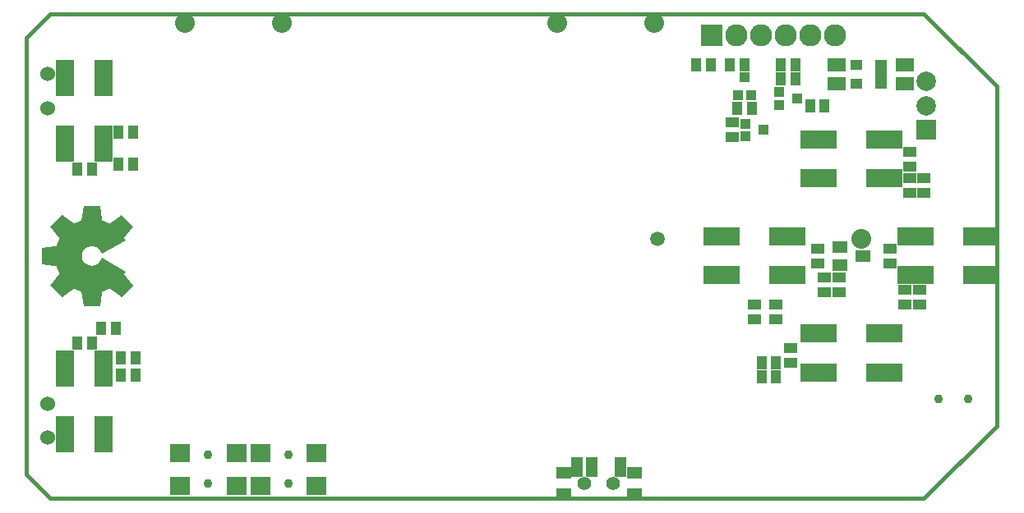
<source format=gbs>
G04 (created by PCBNEW (2013-07-05 BZR 4237)-testing) date Sat 03 Aug 2013 11:53:29 BST*
%MOIN*%
G04 Gerber Fmt 3.4, Leading zero omitted, Abs format*
%FSLAX34Y34*%
G01*
G70*
G90*
G04 APERTURE LIST*
%ADD10C,0.005906*%
%ADD11C,0.015000*%
%ADD12C,0.080000*%
%ADD13C,0.059400*%
%ADD14R,0.050000X0.040000*%
%ADD15R,0.059000X0.048000*%
%ADD16R,0.075000X0.055000*%
%ADD17R,0.090000X0.090000*%
%ADD18C,0.090000*%
%ADD19R,0.075000X0.146000*%
%ADD20R,0.146000X0.075000*%
%ADD21C,0.060000*%
%ADD22C,0.055400*%
%ADD23R,0.059400X0.051500*%
%ADD24R,0.047600X0.079100*%
%ADD25C,0.036200*%
%ADD26R,0.079100X0.075100*%
%ADD27R,0.043600X0.055400*%
%ADD28R,0.055400X0.043600*%
%ADD29R,0.079100X0.079100*%
%ADD30C,0.079100*%
%ADD31R,0.041654X0.043622*%
%ADD32R,0.043622X0.041654*%
G04 APERTURE END LIST*
G54D10*
G54D11*
X39369Y16733D02*
X39370Y16733D01*
X36417Y19685D02*
X39369Y16733D01*
X984Y19685D02*
X0Y18701D01*
X36417Y19685D02*
X984Y19685D01*
X36417Y0D02*
X39370Y2953D01*
X0Y984D02*
X0Y985D01*
X984Y0D02*
X0Y984D01*
X36417Y0D02*
X984Y0D01*
X0Y18701D02*
X0Y985D01*
X39370Y16733D02*
X39370Y2953D01*
G54D12*
X21524Y19292D03*
X25461Y19292D03*
X10366Y19292D03*
X6429Y19292D03*
G54D13*
X25589Y10532D03*
G54D12*
X33858Y10532D03*
G54D14*
X34653Y17599D03*
X34653Y16849D03*
X33653Y17599D03*
X34653Y17224D03*
X33653Y16849D03*
G54D15*
X33937Y9843D03*
X32993Y9469D03*
X32993Y10217D03*
G54D16*
X35630Y16849D03*
X35630Y17599D03*
X32874Y16849D03*
X32874Y17599D03*
G54D17*
X27815Y18800D03*
G54D18*
X28815Y18800D03*
X29815Y18800D03*
X30815Y18800D03*
X31815Y18800D03*
X32815Y18800D03*
G54D19*
X3149Y2598D03*
X3149Y5276D03*
X1575Y5276D03*
X1575Y2598D03*
G54D20*
X28189Y9056D03*
X30867Y9056D03*
X30867Y10630D03*
X28189Y10630D03*
X36063Y9056D03*
X38741Y9056D03*
X38741Y10630D03*
X36063Y10630D03*
X32126Y12993D03*
X34804Y12993D03*
X34804Y14567D03*
X32126Y14567D03*
X32126Y5119D03*
X34804Y5119D03*
X34804Y6693D03*
X32126Y6693D03*
G54D19*
X3149Y14409D03*
X3149Y17087D03*
X1575Y17087D03*
X1575Y14409D03*
G54D21*
X886Y3839D03*
X886Y2461D03*
X886Y17225D03*
X886Y15847D03*
G54D22*
X22637Y591D03*
X23819Y591D03*
G54D23*
X24665Y158D03*
X24665Y1024D03*
X21791Y1024D03*
X21791Y158D03*
G54D24*
X24114Y1280D03*
X22933Y1280D03*
X22342Y1280D03*
G54D25*
X37008Y4036D03*
X38190Y4036D03*
G54D26*
X9488Y1851D03*
X9488Y513D03*
X11772Y1851D03*
X11772Y513D03*
G54D25*
X10630Y1773D03*
X10630Y591D03*
G54D26*
X6240Y1851D03*
X6240Y513D03*
X8524Y1851D03*
X8524Y513D03*
G54D25*
X7382Y1773D03*
X7382Y591D03*
G54D27*
X2067Y6299D03*
X2657Y6299D03*
G54D28*
X32087Y10138D03*
X32087Y9548D03*
X35039Y10137D03*
X35039Y9547D03*
X35826Y14074D03*
X35826Y13484D03*
X31004Y6102D03*
X31004Y5512D03*
G54D27*
X2067Y13386D03*
X2657Y13386D03*
G54D29*
X36515Y14961D03*
G54D30*
X36515Y15945D03*
X36515Y16929D03*
G54D31*
X31269Y16240D03*
X30541Y16496D03*
X30541Y15984D03*
X29891Y14961D03*
X29163Y15216D03*
X29163Y14705D03*
G54D32*
X29133Y17096D03*
X28878Y16368D03*
X29389Y16368D03*
G54D28*
X32381Y8366D03*
X32381Y8956D03*
X32972Y8366D03*
X32972Y8956D03*
G54D27*
X29133Y17618D03*
X28543Y17618D03*
X27755Y17618D03*
X27165Y17618D03*
X4428Y5020D03*
X3838Y5020D03*
G54D28*
X28641Y14666D03*
X28641Y15256D03*
X35630Y7874D03*
X35630Y8464D03*
G54D27*
X31200Y17618D03*
X30610Y17618D03*
X30610Y17027D03*
X31200Y17027D03*
X3052Y6890D03*
X3642Y6890D03*
G54D28*
X35826Y12402D03*
X35826Y12992D03*
G54D27*
X29823Y5512D03*
X30413Y5512D03*
X4428Y5709D03*
X3838Y5709D03*
G54D28*
X36220Y8464D03*
X36220Y7874D03*
X36417Y12992D03*
X36417Y12402D03*
G54D27*
X30413Y4921D03*
X29823Y4921D03*
G54D28*
X30413Y7874D03*
X30413Y7284D03*
X29528Y7284D03*
X29528Y7874D03*
G54D27*
X28838Y15846D03*
X29428Y15846D03*
X4330Y14862D03*
X3740Y14862D03*
X3740Y13583D03*
X4330Y13583D03*
X32381Y15945D03*
X31791Y15945D03*
G54D10*
G36*
X1412Y9400D02*
X622Y9510D01*
X622Y10174D01*
X1412Y10284D01*
X1412Y9400D01*
X1412Y9400D01*
G37*
G36*
X2090Y8650D02*
X1454Y8169D01*
X984Y8639D01*
X1465Y9275D01*
X2090Y8650D01*
X2090Y8650D01*
G37*
G36*
X3099Y8597D02*
X2989Y7807D01*
X2325Y7807D01*
X2215Y8597D01*
X3099Y8597D01*
X3099Y8597D01*
G37*
G36*
X3849Y9275D02*
X4330Y8639D01*
X3861Y8169D01*
X3224Y8650D01*
X3849Y9275D01*
X3849Y9275D01*
G37*
G36*
X1465Y10410D02*
X984Y11046D01*
X1454Y11515D01*
X2090Y11035D01*
X1465Y10410D01*
X1465Y10410D01*
G37*
G36*
X2215Y11087D02*
X2325Y11877D01*
X2989Y11877D01*
X3099Y11087D01*
X2215Y11087D01*
X2215Y11087D01*
G37*
G36*
X3224Y11035D02*
X3861Y11515D01*
X4330Y11046D01*
X3849Y10410D01*
X3224Y11035D01*
X3224Y11035D01*
G37*
G36*
X2265Y9611D02*
X1163Y9448D01*
X1163Y10237D01*
X2265Y10074D01*
X2265Y9611D01*
X2265Y9611D01*
G37*
G36*
X2207Y9778D02*
X1126Y10049D01*
X1428Y10778D01*
X2384Y10205D01*
X2207Y9778D01*
X2207Y9778D01*
G37*
G36*
X2384Y9479D02*
X1428Y8907D01*
X1126Y9636D01*
X2207Y9907D01*
X2384Y9479D01*
X2384Y9479D01*
G37*
G36*
X2544Y9402D02*
X1880Y8508D01*
X1322Y9066D01*
X2217Y9730D01*
X2544Y9402D01*
X2544Y9402D01*
G37*
G36*
X2217Y9955D02*
X1322Y10619D01*
X1880Y11177D01*
X2544Y10283D01*
X2217Y9955D01*
X2217Y9955D01*
G37*
G36*
X2722Y9392D02*
X2451Y8311D01*
X1722Y8613D01*
X2294Y9569D01*
X2722Y9392D01*
X2722Y9392D01*
G37*
G36*
X2294Y10116D02*
X1722Y11072D01*
X2451Y11373D01*
X2722Y10293D01*
X2294Y10116D01*
X2294Y10116D01*
G37*
G36*
X2889Y9450D02*
X3052Y8348D01*
X2263Y8348D01*
X2426Y9450D01*
X2889Y9450D01*
X2889Y9450D01*
G37*
G36*
X2426Y10234D02*
X2263Y11336D01*
X3052Y11336D01*
X2889Y10234D01*
X2426Y10234D01*
X2426Y10234D01*
G37*
G36*
X2592Y10293D02*
X2863Y11373D01*
X3592Y11072D01*
X3020Y10116D01*
X2592Y10293D01*
X2592Y10293D01*
G37*
G36*
X3020Y9569D02*
X3592Y8613D01*
X2863Y8311D01*
X2592Y9392D01*
X3020Y9569D01*
X3020Y9569D01*
G37*
G36*
X3097Y9730D02*
X3992Y9066D01*
X3434Y8508D01*
X2770Y9402D01*
X3097Y9730D01*
X3097Y9730D01*
G37*
G36*
X2770Y10283D02*
X3434Y11177D01*
X3992Y10619D01*
X3097Y9955D01*
X2770Y10283D01*
X2770Y10283D01*
G37*
G36*
X2891Y10197D02*
X3762Y10877D01*
X4037Y10465D01*
X3074Y9922D01*
X2891Y10197D01*
X2891Y10197D01*
G37*
G36*
X3074Y9763D02*
X4037Y9220D01*
X3762Y8808D01*
X2891Y9487D01*
X3074Y9763D01*
X3074Y9763D01*
G37*
M02*

</source>
